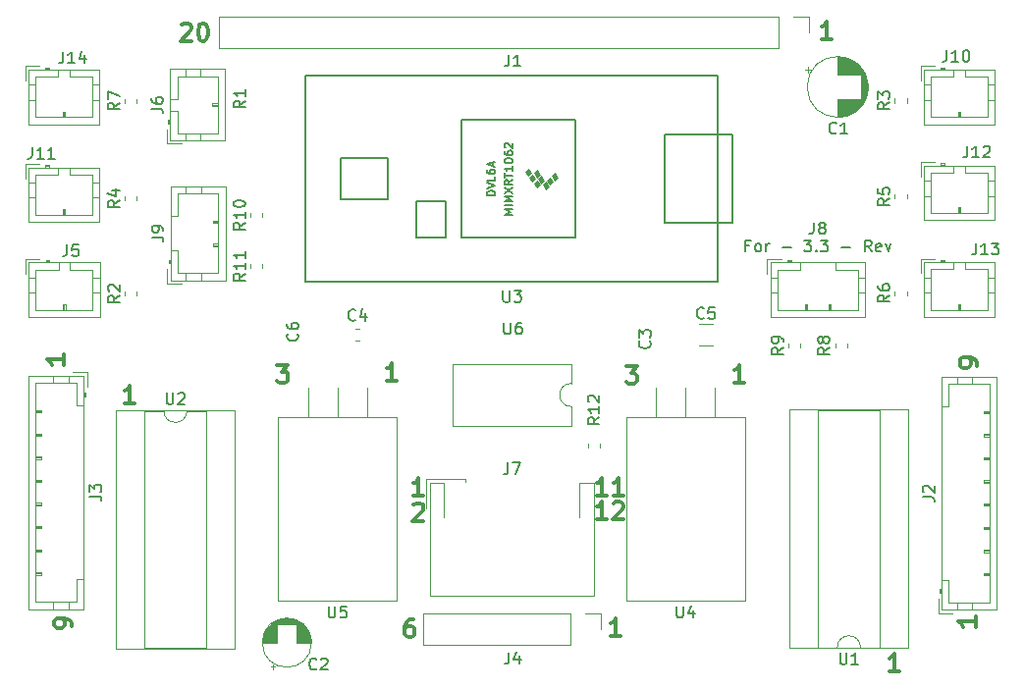
<source format=gto>
G04 #@! TF.GenerationSoftware,KiCad,Pcbnew,(5.1.4)-1*
G04 #@! TF.CreationDate,2020-03-01T00:53:56-05:00*
G04 #@! TF.ProjectId,TEST_newWheelBoard,54455354-5f6e-4657-9757-6865656c426f,v1.0*
G04 #@! TF.SameCoordinates,Original*
G04 #@! TF.FileFunction,Legend,Top*
G04 #@! TF.FilePolarity,Positive*
%FSLAX46Y46*%
G04 Gerber Fmt 4.6, Leading zero omitted, Abs format (unit mm)*
G04 Created by KiCad (PCBNEW (5.1.4)-1) date 2020-03-01 00:53:56*
%MOMM*%
%LPD*%
G04 APERTURE LIST*
%ADD10C,0.300000*%
%ADD11C,0.150000*%
%ADD12C,0.120000*%
%ADD13C,0.100000*%
G04 APERTURE END LIST*
D10*
X125904571Y-107612571D02*
X125047428Y-107612571D01*
X125476000Y-107612571D02*
X125476000Y-106112571D01*
X125333142Y-106326857D01*
X125190285Y-106469714D01*
X125047428Y-106541142D01*
X59991571Y-84498571D02*
X59134428Y-84498571D01*
X59563000Y-84498571D02*
X59563000Y-82998571D01*
X59420142Y-83212857D01*
X59277285Y-83355714D01*
X59134428Y-83427142D01*
X112569571Y-82720571D02*
X111712428Y-82720571D01*
X112141000Y-82720571D02*
X112141000Y-81220571D01*
X111998142Y-81434857D01*
X111855285Y-81577714D01*
X111712428Y-81649142D01*
X102370000Y-81347571D02*
X103298571Y-81347571D01*
X102798571Y-81919000D01*
X103012857Y-81919000D01*
X103155714Y-81990428D01*
X103227142Y-82061857D01*
X103298571Y-82204714D01*
X103298571Y-82561857D01*
X103227142Y-82704714D01*
X103155714Y-82776142D01*
X103012857Y-82847571D01*
X102584285Y-82847571D01*
X102441428Y-82776142D01*
X102370000Y-82704714D01*
X72271000Y-81220571D02*
X73199571Y-81220571D01*
X72699571Y-81792000D01*
X72913857Y-81792000D01*
X73056714Y-81863428D01*
X73128142Y-81934857D01*
X73199571Y-82077714D01*
X73199571Y-82434857D01*
X73128142Y-82577714D01*
X73056714Y-82649142D01*
X72913857Y-82720571D01*
X72485285Y-82720571D01*
X72342428Y-82649142D01*
X72271000Y-82577714D01*
X82597571Y-82593571D02*
X81740428Y-82593571D01*
X82169000Y-82593571D02*
X82169000Y-81093571D01*
X82026142Y-81307857D01*
X81883285Y-81450714D01*
X81740428Y-81522142D01*
X132504571Y-102949428D02*
X132504571Y-103806571D01*
X132504571Y-103378000D02*
X131004571Y-103378000D01*
X131218857Y-103520857D01*
X131361714Y-103663714D01*
X131433142Y-103806571D01*
X132631571Y-81311714D02*
X132631571Y-81026000D01*
X132560142Y-80883142D01*
X132488714Y-80811714D01*
X132274428Y-80668857D01*
X131988714Y-80597428D01*
X131417285Y-80597428D01*
X131274428Y-80668857D01*
X131203000Y-80740285D01*
X131131571Y-80883142D01*
X131131571Y-81168857D01*
X131203000Y-81311714D01*
X131274428Y-81383142D01*
X131417285Y-81454571D01*
X131774428Y-81454571D01*
X131917285Y-81383142D01*
X131988714Y-81311714D01*
X132060142Y-81168857D01*
X132060142Y-80883142D01*
X131988714Y-80740285D01*
X131917285Y-80668857D01*
X131774428Y-80597428D01*
X54526571Y-103790714D02*
X54526571Y-103505000D01*
X54455142Y-103362142D01*
X54383714Y-103290714D01*
X54169428Y-103147857D01*
X53883714Y-103076428D01*
X53312285Y-103076428D01*
X53169428Y-103147857D01*
X53098000Y-103219285D01*
X53026571Y-103362142D01*
X53026571Y-103647857D01*
X53098000Y-103790714D01*
X53169428Y-103862142D01*
X53312285Y-103933571D01*
X53669428Y-103933571D01*
X53812285Y-103862142D01*
X53883714Y-103790714D01*
X53955142Y-103647857D01*
X53955142Y-103362142D01*
X53883714Y-103219285D01*
X53812285Y-103147857D01*
X53669428Y-103076428D01*
X53891571Y-80343428D02*
X53891571Y-81200571D01*
X53891571Y-80772000D02*
X52391571Y-80772000D01*
X52605857Y-80914857D01*
X52748714Y-81057714D01*
X52820142Y-81200571D01*
X83978714Y-103191571D02*
X83693000Y-103191571D01*
X83550142Y-103263000D01*
X83478714Y-103334428D01*
X83335857Y-103548714D01*
X83264428Y-103834428D01*
X83264428Y-104405857D01*
X83335857Y-104548714D01*
X83407285Y-104620142D01*
X83550142Y-104691571D01*
X83835857Y-104691571D01*
X83978714Y-104620142D01*
X84050142Y-104548714D01*
X84121571Y-104405857D01*
X84121571Y-104048714D01*
X84050142Y-103905857D01*
X83978714Y-103834428D01*
X83835857Y-103763000D01*
X83550142Y-103763000D01*
X83407285Y-103834428D01*
X83335857Y-103905857D01*
X83264428Y-104048714D01*
X101901571Y-104564571D02*
X101044428Y-104564571D01*
X101473000Y-104564571D02*
X101473000Y-103064571D01*
X101330142Y-103278857D01*
X101187285Y-103421714D01*
X101044428Y-103493142D01*
X100679285Y-94531571D02*
X99822142Y-94531571D01*
X100250714Y-94531571D02*
X100250714Y-93031571D01*
X100107857Y-93245857D01*
X99965000Y-93388714D01*
X99822142Y-93460142D01*
X101250714Y-93174428D02*
X101322142Y-93103000D01*
X101465000Y-93031571D01*
X101822142Y-93031571D01*
X101965000Y-93103000D01*
X102036428Y-93174428D01*
X102107857Y-93317285D01*
X102107857Y-93460142D01*
X102036428Y-93674428D01*
X101179285Y-94531571D01*
X102107857Y-94531571D01*
X100679285Y-92499571D02*
X99822142Y-92499571D01*
X100250714Y-92499571D02*
X100250714Y-90999571D01*
X100107857Y-91213857D01*
X99965000Y-91356714D01*
X99822142Y-91428142D01*
X102107857Y-92499571D02*
X101250714Y-92499571D01*
X101679285Y-92499571D02*
X101679285Y-90999571D01*
X101536428Y-91213857D01*
X101393571Y-91356714D01*
X101250714Y-91428142D01*
X84026428Y-93301428D02*
X84097857Y-93230000D01*
X84240714Y-93158571D01*
X84597857Y-93158571D01*
X84740714Y-93230000D01*
X84812142Y-93301428D01*
X84883571Y-93444285D01*
X84883571Y-93587142D01*
X84812142Y-93801428D01*
X83955000Y-94658571D01*
X84883571Y-94658571D01*
X84883571Y-92499571D02*
X84026428Y-92499571D01*
X84455000Y-92499571D02*
X84455000Y-90999571D01*
X84312142Y-91213857D01*
X84169285Y-91356714D01*
X84026428Y-91428142D01*
D11*
X112991047Y-70921571D02*
X112657714Y-70921571D01*
X112657714Y-71445380D02*
X112657714Y-70445380D01*
X113133904Y-70445380D01*
X113657714Y-71445380D02*
X113562476Y-71397761D01*
X113514857Y-71350142D01*
X113467238Y-71254904D01*
X113467238Y-70969190D01*
X113514857Y-70873952D01*
X113562476Y-70826333D01*
X113657714Y-70778714D01*
X113800571Y-70778714D01*
X113895809Y-70826333D01*
X113943428Y-70873952D01*
X113991047Y-70969190D01*
X113991047Y-71254904D01*
X113943428Y-71350142D01*
X113895809Y-71397761D01*
X113800571Y-71445380D01*
X113657714Y-71445380D01*
X114419619Y-71445380D02*
X114419619Y-70778714D01*
X114419619Y-70969190D02*
X114467238Y-70873952D01*
X114514857Y-70826333D01*
X114610095Y-70778714D01*
X114705333Y-70778714D01*
X115800571Y-71064428D02*
X116562476Y-71064428D01*
X117705333Y-70445380D02*
X118324380Y-70445380D01*
X117991047Y-70826333D01*
X118133904Y-70826333D01*
X118229142Y-70873952D01*
X118276761Y-70921571D01*
X118324380Y-71016809D01*
X118324380Y-71254904D01*
X118276761Y-71350142D01*
X118229142Y-71397761D01*
X118133904Y-71445380D01*
X117848190Y-71445380D01*
X117752952Y-71397761D01*
X117705333Y-71350142D01*
X118752952Y-71350142D02*
X118800571Y-71397761D01*
X118752952Y-71445380D01*
X118705333Y-71397761D01*
X118752952Y-71350142D01*
X118752952Y-71445380D01*
X119133904Y-70445380D02*
X119752952Y-70445380D01*
X119419619Y-70826333D01*
X119562476Y-70826333D01*
X119657714Y-70873952D01*
X119705333Y-70921571D01*
X119752952Y-71016809D01*
X119752952Y-71254904D01*
X119705333Y-71350142D01*
X119657714Y-71397761D01*
X119562476Y-71445380D01*
X119276761Y-71445380D01*
X119181523Y-71397761D01*
X119133904Y-71350142D01*
X120943428Y-71064428D02*
X121705333Y-71064428D01*
X123514857Y-71445380D02*
X123181523Y-70969190D01*
X122943428Y-71445380D02*
X122943428Y-70445380D01*
X123324380Y-70445380D01*
X123419619Y-70493000D01*
X123467238Y-70540619D01*
X123514857Y-70635857D01*
X123514857Y-70778714D01*
X123467238Y-70873952D01*
X123419619Y-70921571D01*
X123324380Y-70969190D01*
X122943428Y-70969190D01*
X124324380Y-71397761D02*
X124229142Y-71445380D01*
X124038666Y-71445380D01*
X123943428Y-71397761D01*
X123895809Y-71302523D01*
X123895809Y-70921571D01*
X123943428Y-70826333D01*
X124038666Y-70778714D01*
X124229142Y-70778714D01*
X124324380Y-70826333D01*
X124372000Y-70921571D01*
X124372000Y-71016809D01*
X123895809Y-71112047D01*
X124705333Y-70778714D02*
X124943428Y-71445380D01*
X125181523Y-70778714D01*
D10*
X64008142Y-51899428D02*
X64079571Y-51828000D01*
X64222428Y-51756571D01*
X64579571Y-51756571D01*
X64722428Y-51828000D01*
X64793857Y-51899428D01*
X64865285Y-52042285D01*
X64865285Y-52185142D01*
X64793857Y-52399428D01*
X63936714Y-53256571D01*
X64865285Y-53256571D01*
X65793857Y-51756571D02*
X65936714Y-51756571D01*
X66079571Y-51828000D01*
X66151000Y-51899428D01*
X66222428Y-52042285D01*
X66293857Y-52328000D01*
X66293857Y-52685142D01*
X66222428Y-52970857D01*
X66151000Y-53113714D01*
X66079571Y-53185142D01*
X65936714Y-53256571D01*
X65793857Y-53256571D01*
X65651000Y-53185142D01*
X65579571Y-53113714D01*
X65508142Y-52970857D01*
X65436714Y-52685142D01*
X65436714Y-52328000D01*
X65508142Y-52042285D01*
X65579571Y-51899428D01*
X65651000Y-51828000D01*
X65793857Y-51756571D01*
X120062571Y-53129571D02*
X119205428Y-53129571D01*
X119634000Y-53129571D02*
X119634000Y-51629571D01*
X119491142Y-51843857D01*
X119348285Y-51986714D01*
X119205428Y-52058142D01*
D12*
X112580000Y-85690000D02*
X102340000Y-85690000D01*
X112580000Y-101580000D02*
X102340000Y-101580000D01*
X112580000Y-101580000D02*
X112580000Y-85690000D01*
X102340000Y-101580000D02*
X102340000Y-85690000D01*
X110000000Y-85690000D02*
X110000000Y-83150000D01*
X107460000Y-85690000D02*
X107460000Y-83150000D01*
X104920000Y-85690000D02*
X104920000Y-83150000D01*
X123213360Y-57236360D02*
G75*
G03X123213360Y-57236360I-2620000J0D01*
G01*
X120593360Y-58276360D02*
X120593360Y-59816360D01*
X120593360Y-54656360D02*
X120593360Y-56196360D01*
X120633360Y-58276360D02*
X120633360Y-59816360D01*
X120633360Y-54656360D02*
X120633360Y-56196360D01*
X120673360Y-54657360D02*
X120673360Y-56196360D01*
X120673360Y-58276360D02*
X120673360Y-59815360D01*
X120713360Y-54658360D02*
X120713360Y-56196360D01*
X120713360Y-58276360D02*
X120713360Y-59814360D01*
X120753360Y-54660360D02*
X120753360Y-56196360D01*
X120753360Y-58276360D02*
X120753360Y-59812360D01*
X120793360Y-54663360D02*
X120793360Y-56196360D01*
X120793360Y-58276360D02*
X120793360Y-59809360D01*
X120833360Y-54667360D02*
X120833360Y-56196360D01*
X120833360Y-58276360D02*
X120833360Y-59805360D01*
X120873360Y-54671360D02*
X120873360Y-56196360D01*
X120873360Y-58276360D02*
X120873360Y-59801360D01*
X120913360Y-54675360D02*
X120913360Y-56196360D01*
X120913360Y-58276360D02*
X120913360Y-59797360D01*
X120953360Y-54680360D02*
X120953360Y-56196360D01*
X120953360Y-58276360D02*
X120953360Y-59792360D01*
X120993360Y-54686360D02*
X120993360Y-56196360D01*
X120993360Y-58276360D02*
X120993360Y-59786360D01*
X121033360Y-54693360D02*
X121033360Y-56196360D01*
X121033360Y-58276360D02*
X121033360Y-59779360D01*
X121073360Y-54700360D02*
X121073360Y-56196360D01*
X121073360Y-58276360D02*
X121073360Y-59772360D01*
X121113360Y-54708360D02*
X121113360Y-56196360D01*
X121113360Y-58276360D02*
X121113360Y-59764360D01*
X121153360Y-54716360D02*
X121153360Y-56196360D01*
X121153360Y-58276360D02*
X121153360Y-59756360D01*
X121193360Y-54725360D02*
X121193360Y-56196360D01*
X121193360Y-58276360D02*
X121193360Y-59747360D01*
X121233360Y-54735360D02*
X121233360Y-56196360D01*
X121233360Y-58276360D02*
X121233360Y-59737360D01*
X121273360Y-54745360D02*
X121273360Y-56196360D01*
X121273360Y-58276360D02*
X121273360Y-59727360D01*
X121314360Y-54756360D02*
X121314360Y-56196360D01*
X121314360Y-58276360D02*
X121314360Y-59716360D01*
X121354360Y-54768360D02*
X121354360Y-56196360D01*
X121354360Y-58276360D02*
X121354360Y-59704360D01*
X121394360Y-54781360D02*
X121394360Y-56196360D01*
X121394360Y-58276360D02*
X121394360Y-59691360D01*
X121434360Y-54794360D02*
X121434360Y-56196360D01*
X121434360Y-58276360D02*
X121434360Y-59678360D01*
X121474360Y-54808360D02*
X121474360Y-56196360D01*
X121474360Y-58276360D02*
X121474360Y-59664360D01*
X121514360Y-54822360D02*
X121514360Y-56196360D01*
X121514360Y-58276360D02*
X121514360Y-59650360D01*
X121554360Y-54838360D02*
X121554360Y-56196360D01*
X121554360Y-58276360D02*
X121554360Y-59634360D01*
X121594360Y-54854360D02*
X121594360Y-56196360D01*
X121594360Y-58276360D02*
X121594360Y-59618360D01*
X121634360Y-54871360D02*
X121634360Y-56196360D01*
X121634360Y-58276360D02*
X121634360Y-59601360D01*
X121674360Y-54888360D02*
X121674360Y-56196360D01*
X121674360Y-58276360D02*
X121674360Y-59584360D01*
X121714360Y-54907360D02*
X121714360Y-56196360D01*
X121714360Y-58276360D02*
X121714360Y-59565360D01*
X121754360Y-54926360D02*
X121754360Y-56196360D01*
X121754360Y-58276360D02*
X121754360Y-59546360D01*
X121794360Y-54946360D02*
X121794360Y-56196360D01*
X121794360Y-58276360D02*
X121794360Y-59526360D01*
X121834360Y-54968360D02*
X121834360Y-56196360D01*
X121834360Y-58276360D02*
X121834360Y-59504360D01*
X121874360Y-54989360D02*
X121874360Y-56196360D01*
X121874360Y-58276360D02*
X121874360Y-59483360D01*
X121914360Y-55012360D02*
X121914360Y-56196360D01*
X121914360Y-58276360D02*
X121914360Y-59460360D01*
X121954360Y-55036360D02*
X121954360Y-56196360D01*
X121954360Y-58276360D02*
X121954360Y-59436360D01*
X121994360Y-55061360D02*
X121994360Y-56196360D01*
X121994360Y-58276360D02*
X121994360Y-59411360D01*
X122034360Y-55087360D02*
X122034360Y-56196360D01*
X122034360Y-58276360D02*
X122034360Y-59385360D01*
X122074360Y-55114360D02*
X122074360Y-56196360D01*
X122074360Y-58276360D02*
X122074360Y-59358360D01*
X122114360Y-55141360D02*
X122114360Y-56196360D01*
X122114360Y-58276360D02*
X122114360Y-59331360D01*
X122154360Y-55171360D02*
X122154360Y-56196360D01*
X122154360Y-58276360D02*
X122154360Y-59301360D01*
X122194360Y-55201360D02*
X122194360Y-56196360D01*
X122194360Y-58276360D02*
X122194360Y-59271360D01*
X122234360Y-55232360D02*
X122234360Y-56196360D01*
X122234360Y-58276360D02*
X122234360Y-59240360D01*
X122274360Y-55265360D02*
X122274360Y-56196360D01*
X122274360Y-58276360D02*
X122274360Y-59207360D01*
X122314360Y-55299360D02*
X122314360Y-56196360D01*
X122314360Y-58276360D02*
X122314360Y-59173360D01*
X122354360Y-55335360D02*
X122354360Y-56196360D01*
X122354360Y-58276360D02*
X122354360Y-59137360D01*
X122394360Y-55372360D02*
X122394360Y-56196360D01*
X122394360Y-58276360D02*
X122394360Y-59100360D01*
X122434360Y-55410360D02*
X122434360Y-56196360D01*
X122434360Y-58276360D02*
X122434360Y-59062360D01*
X122474360Y-55451360D02*
X122474360Y-56196360D01*
X122474360Y-58276360D02*
X122474360Y-59021360D01*
X122514360Y-55493360D02*
X122514360Y-56196360D01*
X122514360Y-58276360D02*
X122514360Y-58979360D01*
X122554360Y-55537360D02*
X122554360Y-56196360D01*
X122554360Y-58276360D02*
X122554360Y-58935360D01*
X122594360Y-55583360D02*
X122594360Y-56196360D01*
X122594360Y-58276360D02*
X122594360Y-58889360D01*
X122634360Y-55631360D02*
X122634360Y-58841360D01*
X122674360Y-55682360D02*
X122674360Y-58790360D01*
X122714360Y-55736360D02*
X122714360Y-58736360D01*
X122754360Y-55793360D02*
X122754360Y-58679360D01*
X122794360Y-55853360D02*
X122794360Y-58619360D01*
X122834360Y-55917360D02*
X122834360Y-58555360D01*
X122874360Y-55985360D02*
X122874360Y-58487360D01*
X122914360Y-56058360D02*
X122914360Y-58414360D01*
X122954360Y-56138360D02*
X122954360Y-58334360D01*
X122994360Y-56225360D02*
X122994360Y-58247360D01*
X123034360Y-56321360D02*
X123034360Y-58151360D01*
X123074360Y-56431360D02*
X123074360Y-58041360D01*
X123114360Y-56559360D02*
X123114360Y-57913360D01*
X123154360Y-56718360D02*
X123154360Y-57754360D01*
X123194360Y-56952360D02*
X123194360Y-57520360D01*
X117788585Y-55761360D02*
X118288585Y-55761360D01*
X118038585Y-55511360D02*
X118038585Y-56011360D01*
X75216120Y-105178160D02*
G75*
G03X75216120Y-105178160I-2120000J0D01*
G01*
X73936120Y-105178160D02*
X75176120Y-105178160D01*
X71016120Y-105178160D02*
X72256120Y-105178160D01*
X73936120Y-105138160D02*
X75176120Y-105138160D01*
X71016120Y-105138160D02*
X72256120Y-105138160D01*
X73936120Y-105098160D02*
X75175120Y-105098160D01*
X71017120Y-105098160D02*
X72256120Y-105098160D01*
X71019120Y-105058160D02*
X72256120Y-105058160D01*
X73936120Y-105058160D02*
X75173120Y-105058160D01*
X71022120Y-105018160D02*
X72256120Y-105018160D01*
X73936120Y-105018160D02*
X75170120Y-105018160D01*
X71025120Y-104978160D02*
X72256120Y-104978160D01*
X73936120Y-104978160D02*
X75167120Y-104978160D01*
X71029120Y-104938160D02*
X72256120Y-104938160D01*
X73936120Y-104938160D02*
X75163120Y-104938160D01*
X71034120Y-104898160D02*
X72256120Y-104898160D01*
X73936120Y-104898160D02*
X75158120Y-104898160D01*
X71040120Y-104858160D02*
X72256120Y-104858160D01*
X73936120Y-104858160D02*
X75152120Y-104858160D01*
X71046120Y-104818160D02*
X72256120Y-104818160D01*
X73936120Y-104818160D02*
X75146120Y-104818160D01*
X71054120Y-104778160D02*
X72256120Y-104778160D01*
X73936120Y-104778160D02*
X75138120Y-104778160D01*
X71062120Y-104738160D02*
X72256120Y-104738160D01*
X73936120Y-104738160D02*
X75130120Y-104738160D01*
X71071120Y-104698160D02*
X72256120Y-104698160D01*
X73936120Y-104698160D02*
X75121120Y-104698160D01*
X71080120Y-104658160D02*
X72256120Y-104658160D01*
X73936120Y-104658160D02*
X75112120Y-104658160D01*
X71091120Y-104618160D02*
X72256120Y-104618160D01*
X73936120Y-104618160D02*
X75101120Y-104618160D01*
X71102120Y-104578160D02*
X72256120Y-104578160D01*
X73936120Y-104578160D02*
X75090120Y-104578160D01*
X71114120Y-104538160D02*
X72256120Y-104538160D01*
X73936120Y-104538160D02*
X75078120Y-104538160D01*
X71128120Y-104498160D02*
X72256120Y-104498160D01*
X73936120Y-104498160D02*
X75064120Y-104498160D01*
X71142120Y-104457160D02*
X72256120Y-104457160D01*
X73936120Y-104457160D02*
X75050120Y-104457160D01*
X71156120Y-104417160D02*
X72256120Y-104417160D01*
X73936120Y-104417160D02*
X75036120Y-104417160D01*
X71172120Y-104377160D02*
X72256120Y-104377160D01*
X73936120Y-104377160D02*
X75020120Y-104377160D01*
X71189120Y-104337160D02*
X72256120Y-104337160D01*
X73936120Y-104337160D02*
X75003120Y-104337160D01*
X71207120Y-104297160D02*
X72256120Y-104297160D01*
X73936120Y-104297160D02*
X74985120Y-104297160D01*
X71226120Y-104257160D02*
X72256120Y-104257160D01*
X73936120Y-104257160D02*
X74966120Y-104257160D01*
X71245120Y-104217160D02*
X72256120Y-104217160D01*
X73936120Y-104217160D02*
X74947120Y-104217160D01*
X71266120Y-104177160D02*
X72256120Y-104177160D01*
X73936120Y-104177160D02*
X74926120Y-104177160D01*
X71288120Y-104137160D02*
X72256120Y-104137160D01*
X73936120Y-104137160D02*
X74904120Y-104137160D01*
X71311120Y-104097160D02*
X72256120Y-104097160D01*
X73936120Y-104097160D02*
X74881120Y-104097160D01*
X71336120Y-104057160D02*
X72256120Y-104057160D01*
X73936120Y-104057160D02*
X74856120Y-104057160D01*
X71361120Y-104017160D02*
X72256120Y-104017160D01*
X73936120Y-104017160D02*
X74831120Y-104017160D01*
X71388120Y-103977160D02*
X72256120Y-103977160D01*
X73936120Y-103977160D02*
X74804120Y-103977160D01*
X71416120Y-103937160D02*
X72256120Y-103937160D01*
X73936120Y-103937160D02*
X74776120Y-103937160D01*
X71446120Y-103897160D02*
X72256120Y-103897160D01*
X73936120Y-103897160D02*
X74746120Y-103897160D01*
X71477120Y-103857160D02*
X72256120Y-103857160D01*
X73936120Y-103857160D02*
X74715120Y-103857160D01*
X71509120Y-103817160D02*
X72256120Y-103817160D01*
X73936120Y-103817160D02*
X74683120Y-103817160D01*
X71544120Y-103777160D02*
X72256120Y-103777160D01*
X73936120Y-103777160D02*
X74648120Y-103777160D01*
X71580120Y-103737160D02*
X72256120Y-103737160D01*
X73936120Y-103737160D02*
X74612120Y-103737160D01*
X71618120Y-103697160D02*
X72256120Y-103697160D01*
X73936120Y-103697160D02*
X74574120Y-103697160D01*
X71658120Y-103657160D02*
X72256120Y-103657160D01*
X73936120Y-103657160D02*
X74534120Y-103657160D01*
X71700120Y-103617160D02*
X72256120Y-103617160D01*
X73936120Y-103617160D02*
X74492120Y-103617160D01*
X71745120Y-103577160D02*
X74447120Y-103577160D01*
X71792120Y-103537160D02*
X74400120Y-103537160D01*
X71842120Y-103497160D02*
X74350120Y-103497160D01*
X71896120Y-103457160D02*
X74296120Y-103457160D01*
X71954120Y-103417160D02*
X74238120Y-103417160D01*
X72016120Y-103377160D02*
X74176120Y-103377160D01*
X72083120Y-103337160D02*
X74109120Y-103337160D01*
X72156120Y-103297160D02*
X74036120Y-103297160D01*
X72237120Y-103257160D02*
X73955120Y-103257160D01*
X72328120Y-103217160D02*
X73864120Y-103217160D01*
X72432120Y-103177160D02*
X73760120Y-103177160D01*
X72559120Y-103137160D02*
X73633120Y-103137160D01*
X72726120Y-103097160D02*
X73466120Y-103097160D01*
X71901120Y-107447961D02*
X71901120Y-107047961D01*
X71701120Y-107247961D02*
X72101120Y-107247961D01*
X79355767Y-79117920D02*
X79013233Y-79117920D01*
X79355767Y-78097920D02*
X79013233Y-78097920D01*
X108626496Y-77705540D02*
X109830624Y-77705540D01*
X108626496Y-79525540D02*
X109830624Y-79525540D01*
X129558800Y-102339200D02*
X134278800Y-102339200D01*
X134278800Y-102339200D02*
X134278800Y-82219200D01*
X134278800Y-82219200D02*
X129558800Y-82219200D01*
X129558800Y-82219200D02*
X129558800Y-102339200D01*
X129558800Y-100579200D02*
X129358800Y-100579200D01*
X129358800Y-100579200D02*
X129358800Y-100879200D01*
X129358800Y-100879200D02*
X129558800Y-100879200D01*
X129458800Y-100579200D02*
X129458800Y-100879200D01*
X129558800Y-99779200D02*
X130168800Y-99779200D01*
X130168800Y-99779200D02*
X130168800Y-101729200D01*
X130168800Y-101729200D02*
X133668800Y-101729200D01*
X133668800Y-101729200D02*
X133668800Y-82829200D01*
X133668800Y-82829200D02*
X130168800Y-82829200D01*
X130168800Y-82829200D02*
X130168800Y-84779200D01*
X130168800Y-84779200D02*
X129558800Y-84779200D01*
X130868800Y-102339200D02*
X130868800Y-101729200D01*
X132168800Y-102339200D02*
X132168800Y-101729200D01*
X130868800Y-82219200D02*
X130868800Y-82829200D01*
X132168800Y-82219200D02*
X132168800Y-82829200D01*
X133668800Y-99379200D02*
X133168800Y-99379200D01*
X133168800Y-99379200D02*
X133168800Y-99179200D01*
X133168800Y-99179200D02*
X133668800Y-99179200D01*
X133668800Y-99279200D02*
X133168800Y-99279200D01*
X133668800Y-97379200D02*
X133168800Y-97379200D01*
X133168800Y-97379200D02*
X133168800Y-97179200D01*
X133168800Y-97179200D02*
X133668800Y-97179200D01*
X133668800Y-97279200D02*
X133168800Y-97279200D01*
X133668800Y-95379200D02*
X133168800Y-95379200D01*
X133168800Y-95379200D02*
X133168800Y-95179200D01*
X133168800Y-95179200D02*
X133668800Y-95179200D01*
X133668800Y-95279200D02*
X133168800Y-95279200D01*
X133668800Y-93379200D02*
X133168800Y-93379200D01*
X133168800Y-93379200D02*
X133168800Y-93179200D01*
X133168800Y-93179200D02*
X133668800Y-93179200D01*
X133668800Y-93279200D02*
X133168800Y-93279200D01*
X133668800Y-91379200D02*
X133168800Y-91379200D01*
X133168800Y-91379200D02*
X133168800Y-91179200D01*
X133168800Y-91179200D02*
X133668800Y-91179200D01*
X133668800Y-91279200D02*
X133168800Y-91279200D01*
X133668800Y-89379200D02*
X133168800Y-89379200D01*
X133168800Y-89379200D02*
X133168800Y-89179200D01*
X133168800Y-89179200D02*
X133668800Y-89179200D01*
X133668800Y-89279200D02*
X133168800Y-89279200D01*
X133668800Y-87379200D02*
X133168800Y-87379200D01*
X133168800Y-87379200D02*
X133168800Y-87179200D01*
X133168800Y-87179200D02*
X133668800Y-87179200D01*
X133668800Y-87279200D02*
X133168800Y-87279200D01*
X133668800Y-85379200D02*
X133168800Y-85379200D01*
X133168800Y-85379200D02*
X133168800Y-85179200D01*
X133168800Y-85179200D02*
X133668800Y-85179200D01*
X133668800Y-85279200D02*
X133168800Y-85279200D01*
X129258800Y-101389200D02*
X129258800Y-102639200D01*
X129258800Y-102639200D02*
X130508800Y-102639200D01*
X55856400Y-81866400D02*
X54606400Y-81866400D01*
X55856400Y-83116400D02*
X55856400Y-81866400D01*
X51446400Y-99226400D02*
X51946400Y-99226400D01*
X51946400Y-99326400D02*
X51446400Y-99326400D01*
X51946400Y-99126400D02*
X51946400Y-99326400D01*
X51446400Y-99126400D02*
X51946400Y-99126400D01*
X51446400Y-97226400D02*
X51946400Y-97226400D01*
X51946400Y-97326400D02*
X51446400Y-97326400D01*
X51946400Y-97126400D02*
X51946400Y-97326400D01*
X51446400Y-97126400D02*
X51946400Y-97126400D01*
X51446400Y-95226400D02*
X51946400Y-95226400D01*
X51946400Y-95326400D02*
X51446400Y-95326400D01*
X51946400Y-95126400D02*
X51946400Y-95326400D01*
X51446400Y-95126400D02*
X51946400Y-95126400D01*
X51446400Y-93226400D02*
X51946400Y-93226400D01*
X51946400Y-93326400D02*
X51446400Y-93326400D01*
X51946400Y-93126400D02*
X51946400Y-93326400D01*
X51446400Y-93126400D02*
X51946400Y-93126400D01*
X51446400Y-91226400D02*
X51946400Y-91226400D01*
X51946400Y-91326400D02*
X51446400Y-91326400D01*
X51946400Y-91126400D02*
X51946400Y-91326400D01*
X51446400Y-91126400D02*
X51946400Y-91126400D01*
X51446400Y-89226400D02*
X51946400Y-89226400D01*
X51946400Y-89326400D02*
X51446400Y-89326400D01*
X51946400Y-89126400D02*
X51946400Y-89326400D01*
X51446400Y-89126400D02*
X51946400Y-89126400D01*
X51446400Y-87226400D02*
X51946400Y-87226400D01*
X51946400Y-87326400D02*
X51446400Y-87326400D01*
X51946400Y-87126400D02*
X51946400Y-87326400D01*
X51446400Y-87126400D02*
X51946400Y-87126400D01*
X51446400Y-85226400D02*
X51946400Y-85226400D01*
X51946400Y-85326400D02*
X51446400Y-85326400D01*
X51946400Y-85126400D02*
X51946400Y-85326400D01*
X51446400Y-85126400D02*
X51946400Y-85126400D01*
X52946400Y-102286400D02*
X52946400Y-101676400D01*
X54246400Y-102286400D02*
X54246400Y-101676400D01*
X52946400Y-82166400D02*
X52946400Y-82776400D01*
X54246400Y-82166400D02*
X54246400Y-82776400D01*
X54946400Y-99726400D02*
X55556400Y-99726400D01*
X54946400Y-101676400D02*
X54946400Y-99726400D01*
X51446400Y-101676400D02*
X54946400Y-101676400D01*
X51446400Y-82776400D02*
X51446400Y-101676400D01*
X54946400Y-82776400D02*
X51446400Y-82776400D01*
X54946400Y-84726400D02*
X54946400Y-82776400D01*
X55556400Y-84726400D02*
X54946400Y-84726400D01*
X55656400Y-83926400D02*
X55656400Y-83626400D01*
X55756400Y-83626400D02*
X55556400Y-83626400D01*
X55756400Y-83926400D02*
X55756400Y-83626400D01*
X55556400Y-83926400D02*
X55756400Y-83926400D01*
X55556400Y-102286400D02*
X55556400Y-82166400D01*
X50836400Y-102286400D02*
X55556400Y-102286400D01*
X50836400Y-82166400D02*
X50836400Y-102286400D01*
X55556400Y-82166400D02*
X50836400Y-82166400D01*
X50838040Y-72388480D02*
X50838040Y-77108480D01*
X50838040Y-77108480D02*
X56958040Y-77108480D01*
X56958040Y-77108480D02*
X56958040Y-72388480D01*
X56958040Y-72388480D02*
X50838040Y-72388480D01*
X52598040Y-72388480D02*
X52598040Y-72188480D01*
X52598040Y-72188480D02*
X52298040Y-72188480D01*
X52298040Y-72188480D02*
X52298040Y-72388480D01*
X52598040Y-72288480D02*
X52298040Y-72288480D01*
X53398040Y-72388480D02*
X53398040Y-72998480D01*
X53398040Y-72998480D02*
X51448040Y-72998480D01*
X51448040Y-72998480D02*
X51448040Y-76498480D01*
X51448040Y-76498480D02*
X56348040Y-76498480D01*
X56348040Y-76498480D02*
X56348040Y-72998480D01*
X56348040Y-72998480D02*
X54398040Y-72998480D01*
X54398040Y-72998480D02*
X54398040Y-72388480D01*
X50838040Y-73698480D02*
X51448040Y-73698480D01*
X50838040Y-74998480D02*
X51448040Y-74998480D01*
X56958040Y-73698480D02*
X56348040Y-73698480D01*
X56958040Y-74998480D02*
X56348040Y-74998480D01*
X53798040Y-76498480D02*
X53798040Y-75998480D01*
X53798040Y-75998480D02*
X53998040Y-75998480D01*
X53998040Y-75998480D02*
X53998040Y-76498480D01*
X53898040Y-76498480D02*
X53898040Y-75998480D01*
X51788040Y-72088480D02*
X50538040Y-72088480D01*
X50538040Y-72088480D02*
X50538040Y-73338480D01*
X63048900Y-61831280D02*
X67768900Y-61831280D01*
X67768900Y-61831280D02*
X67768900Y-55711280D01*
X67768900Y-55711280D02*
X63048900Y-55711280D01*
X63048900Y-55711280D02*
X63048900Y-61831280D01*
X63048900Y-60071280D02*
X62848900Y-60071280D01*
X62848900Y-60071280D02*
X62848900Y-60371280D01*
X62848900Y-60371280D02*
X63048900Y-60371280D01*
X62948900Y-60071280D02*
X62948900Y-60371280D01*
X63048900Y-59271280D02*
X63658900Y-59271280D01*
X63658900Y-59271280D02*
X63658900Y-61221280D01*
X63658900Y-61221280D02*
X67158900Y-61221280D01*
X67158900Y-61221280D02*
X67158900Y-56321280D01*
X67158900Y-56321280D02*
X63658900Y-56321280D01*
X63658900Y-56321280D02*
X63658900Y-58271280D01*
X63658900Y-58271280D02*
X63048900Y-58271280D01*
X64358900Y-61831280D02*
X64358900Y-61221280D01*
X65658900Y-61831280D02*
X65658900Y-61221280D01*
X64358900Y-55711280D02*
X64358900Y-56321280D01*
X65658900Y-55711280D02*
X65658900Y-56321280D01*
X67158900Y-58871280D02*
X66658900Y-58871280D01*
X66658900Y-58871280D02*
X66658900Y-58671280D01*
X66658900Y-58671280D02*
X67158900Y-58671280D01*
X67158900Y-58771280D02*
X66658900Y-58771280D01*
X62748900Y-60881280D02*
X62748900Y-62131280D01*
X62748900Y-62131280D02*
X63998900Y-62131280D01*
X85140000Y-91090000D02*
X85140000Y-93590000D01*
X88500000Y-91090000D02*
X85140000Y-91090000D01*
X88500000Y-91340000D02*
X88500000Y-91090000D01*
X99560000Y-101110000D02*
X92500000Y-101110000D01*
X99560000Y-91390000D02*
X99560000Y-101110000D01*
X98340000Y-91390000D02*
X99560000Y-91390000D01*
X98340000Y-94390000D02*
X98340000Y-91390000D01*
X85440000Y-101110000D02*
X92500000Y-101110000D01*
X85440000Y-91390000D02*
X85440000Y-101110000D01*
X86660000Y-91390000D02*
X85440000Y-91390000D01*
X86660000Y-94390000D02*
X86660000Y-91390000D01*
X114820640Y-72378320D02*
X114820640Y-77098320D01*
X114820640Y-77098320D02*
X122940640Y-77098320D01*
X122940640Y-77098320D02*
X122940640Y-72378320D01*
X122940640Y-72378320D02*
X114820640Y-72378320D01*
X116580640Y-72378320D02*
X116580640Y-72178320D01*
X116580640Y-72178320D02*
X116280640Y-72178320D01*
X116280640Y-72178320D02*
X116280640Y-72378320D01*
X116580640Y-72278320D02*
X116280640Y-72278320D01*
X117380640Y-72378320D02*
X117380640Y-72988320D01*
X117380640Y-72988320D02*
X115430640Y-72988320D01*
X115430640Y-72988320D02*
X115430640Y-76488320D01*
X115430640Y-76488320D02*
X122330640Y-76488320D01*
X122330640Y-76488320D02*
X122330640Y-72988320D01*
X122330640Y-72988320D02*
X120380640Y-72988320D01*
X120380640Y-72988320D02*
X120380640Y-72378320D01*
X114820640Y-73688320D02*
X115430640Y-73688320D01*
X114820640Y-74988320D02*
X115430640Y-74988320D01*
X122940640Y-73688320D02*
X122330640Y-73688320D01*
X122940640Y-74988320D02*
X122330640Y-74988320D01*
X117780640Y-76488320D02*
X117780640Y-75988320D01*
X117780640Y-75988320D02*
X117980640Y-75988320D01*
X117980640Y-75988320D02*
X117980640Y-76488320D01*
X117880640Y-76488320D02*
X117880640Y-75988320D01*
X119780640Y-76488320D02*
X119780640Y-75988320D01*
X119780640Y-75988320D02*
X119980640Y-75988320D01*
X119980640Y-75988320D02*
X119980640Y-76488320D01*
X119880640Y-76488320D02*
X119880640Y-75988320D01*
X115770640Y-72078320D02*
X114520640Y-72078320D01*
X114520640Y-72078320D02*
X114520640Y-73328320D01*
X62784460Y-74231840D02*
X64034460Y-74231840D01*
X62784460Y-72981840D02*
X62784460Y-74231840D01*
X67194460Y-68871840D02*
X66694460Y-68871840D01*
X66694460Y-68771840D02*
X67194460Y-68771840D01*
X66694460Y-68971840D02*
X66694460Y-68771840D01*
X67194460Y-68971840D02*
X66694460Y-68971840D01*
X67194460Y-70871840D02*
X66694460Y-70871840D01*
X66694460Y-70771840D02*
X67194460Y-70771840D01*
X66694460Y-70971840D02*
X66694460Y-70771840D01*
X67194460Y-70971840D02*
X66694460Y-70971840D01*
X65694460Y-65811840D02*
X65694460Y-66421840D01*
X64394460Y-65811840D02*
X64394460Y-66421840D01*
X65694460Y-73931840D02*
X65694460Y-73321840D01*
X64394460Y-73931840D02*
X64394460Y-73321840D01*
X63694460Y-68371840D02*
X63084460Y-68371840D01*
X63694460Y-66421840D02*
X63694460Y-68371840D01*
X67194460Y-66421840D02*
X63694460Y-66421840D01*
X67194460Y-73321840D02*
X67194460Y-66421840D01*
X63694460Y-73321840D02*
X67194460Y-73321840D01*
X63694460Y-71371840D02*
X63694460Y-73321840D01*
X63084460Y-71371840D02*
X63694460Y-71371840D01*
X62984460Y-72171840D02*
X62984460Y-72471840D01*
X62884460Y-72471840D02*
X63084460Y-72471840D01*
X62884460Y-72171840D02*
X62884460Y-72471840D01*
X63084460Y-72171840D02*
X62884460Y-72171840D01*
X63084460Y-65811840D02*
X63084460Y-73931840D01*
X67804460Y-65811840D02*
X63084460Y-65811840D01*
X67804460Y-73931840D02*
X67804460Y-65811840D01*
X63084460Y-73931840D02*
X67804460Y-73931840D01*
X127738800Y-55446400D02*
X127738800Y-56696400D01*
X128988800Y-55446400D02*
X127738800Y-55446400D01*
X131098800Y-59856400D02*
X131098800Y-59356400D01*
X131198800Y-59356400D02*
X131198800Y-59856400D01*
X130998800Y-59356400D02*
X131198800Y-59356400D01*
X130998800Y-59856400D02*
X130998800Y-59356400D01*
X134158800Y-58356400D02*
X133548800Y-58356400D01*
X134158800Y-57056400D02*
X133548800Y-57056400D01*
X128038800Y-58356400D02*
X128648800Y-58356400D01*
X128038800Y-57056400D02*
X128648800Y-57056400D01*
X131598800Y-56356400D02*
X131598800Y-55746400D01*
X133548800Y-56356400D02*
X131598800Y-56356400D01*
X133548800Y-59856400D02*
X133548800Y-56356400D01*
X128648800Y-59856400D02*
X133548800Y-59856400D01*
X128648800Y-56356400D02*
X128648800Y-59856400D01*
X130598800Y-56356400D02*
X128648800Y-56356400D01*
X130598800Y-55746400D02*
X130598800Y-56356400D01*
X129798800Y-55646400D02*
X129498800Y-55646400D01*
X129498800Y-55546400D02*
X129498800Y-55746400D01*
X129798800Y-55546400D02*
X129498800Y-55546400D01*
X129798800Y-55746400D02*
X129798800Y-55546400D01*
X134158800Y-55746400D02*
X128038800Y-55746400D01*
X134158800Y-60466400D02*
X134158800Y-55746400D01*
X128038800Y-60466400D02*
X134158800Y-60466400D01*
X128038800Y-55746400D02*
X128038800Y-60466400D01*
X50822800Y-64189360D02*
X50822800Y-68909360D01*
X50822800Y-68909360D02*
X56942800Y-68909360D01*
X56942800Y-68909360D02*
X56942800Y-64189360D01*
X56942800Y-64189360D02*
X50822800Y-64189360D01*
X52582800Y-64189360D02*
X52582800Y-63989360D01*
X52582800Y-63989360D02*
X52282800Y-63989360D01*
X52282800Y-63989360D02*
X52282800Y-64189360D01*
X52582800Y-64089360D02*
X52282800Y-64089360D01*
X53382800Y-64189360D02*
X53382800Y-64799360D01*
X53382800Y-64799360D02*
X51432800Y-64799360D01*
X51432800Y-64799360D02*
X51432800Y-68299360D01*
X51432800Y-68299360D02*
X56332800Y-68299360D01*
X56332800Y-68299360D02*
X56332800Y-64799360D01*
X56332800Y-64799360D02*
X54382800Y-64799360D01*
X54382800Y-64799360D02*
X54382800Y-64189360D01*
X50822800Y-65499360D02*
X51432800Y-65499360D01*
X50822800Y-66799360D02*
X51432800Y-66799360D01*
X56942800Y-65499360D02*
X56332800Y-65499360D01*
X56942800Y-66799360D02*
X56332800Y-66799360D01*
X53782800Y-68299360D02*
X53782800Y-67799360D01*
X53782800Y-67799360D02*
X53982800Y-67799360D01*
X53982800Y-67799360D02*
X53982800Y-68299360D01*
X53882800Y-68299360D02*
X53882800Y-67799360D01*
X51772800Y-63889360D02*
X50522800Y-63889360D01*
X50522800Y-63889360D02*
X50522800Y-65139360D01*
X127738800Y-63726800D02*
X127738800Y-64976800D01*
X128988800Y-63726800D02*
X127738800Y-63726800D01*
X131098800Y-68136800D02*
X131098800Y-67636800D01*
X131198800Y-67636800D02*
X131198800Y-68136800D01*
X130998800Y-67636800D02*
X131198800Y-67636800D01*
X130998800Y-68136800D02*
X130998800Y-67636800D01*
X134158800Y-66636800D02*
X133548800Y-66636800D01*
X134158800Y-65336800D02*
X133548800Y-65336800D01*
X128038800Y-66636800D02*
X128648800Y-66636800D01*
X128038800Y-65336800D02*
X128648800Y-65336800D01*
X131598800Y-64636800D02*
X131598800Y-64026800D01*
X133548800Y-64636800D02*
X131598800Y-64636800D01*
X133548800Y-68136800D02*
X133548800Y-64636800D01*
X128648800Y-68136800D02*
X133548800Y-68136800D01*
X128648800Y-64636800D02*
X128648800Y-68136800D01*
X130598800Y-64636800D02*
X128648800Y-64636800D01*
X130598800Y-64026800D02*
X130598800Y-64636800D01*
X129798800Y-63926800D02*
X129498800Y-63926800D01*
X129498800Y-63826800D02*
X129498800Y-64026800D01*
X129798800Y-63826800D02*
X129498800Y-63826800D01*
X129798800Y-64026800D02*
X129798800Y-63826800D01*
X134158800Y-64026800D02*
X128038800Y-64026800D01*
X134158800Y-68746800D02*
X134158800Y-64026800D01*
X128038800Y-68746800D02*
X134158800Y-68746800D01*
X128038800Y-64026800D02*
X128038800Y-68746800D01*
X128038800Y-72358000D02*
X128038800Y-77078000D01*
X128038800Y-77078000D02*
X134158800Y-77078000D01*
X134158800Y-77078000D02*
X134158800Y-72358000D01*
X134158800Y-72358000D02*
X128038800Y-72358000D01*
X129798800Y-72358000D02*
X129798800Y-72158000D01*
X129798800Y-72158000D02*
X129498800Y-72158000D01*
X129498800Y-72158000D02*
X129498800Y-72358000D01*
X129798800Y-72258000D02*
X129498800Y-72258000D01*
X130598800Y-72358000D02*
X130598800Y-72968000D01*
X130598800Y-72968000D02*
X128648800Y-72968000D01*
X128648800Y-72968000D02*
X128648800Y-76468000D01*
X128648800Y-76468000D02*
X133548800Y-76468000D01*
X133548800Y-76468000D02*
X133548800Y-72968000D01*
X133548800Y-72968000D02*
X131598800Y-72968000D01*
X131598800Y-72968000D02*
X131598800Y-72358000D01*
X128038800Y-73668000D02*
X128648800Y-73668000D01*
X128038800Y-74968000D02*
X128648800Y-74968000D01*
X134158800Y-73668000D02*
X133548800Y-73668000D01*
X134158800Y-74968000D02*
X133548800Y-74968000D01*
X130998800Y-76468000D02*
X130998800Y-75968000D01*
X130998800Y-75968000D02*
X131198800Y-75968000D01*
X131198800Y-75968000D02*
X131198800Y-76468000D01*
X131098800Y-76468000D02*
X131098800Y-75968000D01*
X128988800Y-72058000D02*
X127738800Y-72058000D01*
X127738800Y-72058000D02*
X127738800Y-73308000D01*
X50522800Y-55446400D02*
X50522800Y-56696400D01*
X51772800Y-55446400D02*
X50522800Y-55446400D01*
X53882800Y-59856400D02*
X53882800Y-59356400D01*
X53982800Y-59356400D02*
X53982800Y-59856400D01*
X53782800Y-59356400D02*
X53982800Y-59356400D01*
X53782800Y-59856400D02*
X53782800Y-59356400D01*
X56942800Y-58356400D02*
X56332800Y-58356400D01*
X56942800Y-57056400D02*
X56332800Y-57056400D01*
X50822800Y-58356400D02*
X51432800Y-58356400D01*
X50822800Y-57056400D02*
X51432800Y-57056400D01*
X54382800Y-56356400D02*
X54382800Y-55746400D01*
X56332800Y-56356400D02*
X54382800Y-56356400D01*
X56332800Y-59856400D02*
X56332800Y-56356400D01*
X51432800Y-59856400D02*
X56332800Y-59856400D01*
X51432800Y-56356400D02*
X51432800Y-59856400D01*
X53382800Y-56356400D02*
X51432800Y-56356400D01*
X53382800Y-55746400D02*
X53382800Y-56356400D01*
X52582800Y-55646400D02*
X52282800Y-55646400D01*
X52282800Y-55546400D02*
X52282800Y-55746400D01*
X52582800Y-55546400D02*
X52282800Y-55546400D01*
X52582800Y-55746400D02*
X52582800Y-55546400D01*
X56942800Y-55746400D02*
X50822800Y-55746400D01*
X56942800Y-60466400D02*
X56942800Y-55746400D01*
X50822800Y-60466400D02*
X56942800Y-60466400D01*
X50822800Y-55746400D02*
X50822800Y-60466400D01*
X59136820Y-75242207D02*
X59136820Y-74899673D01*
X60156820Y-75242207D02*
X60156820Y-74899673D01*
X125532420Y-58591267D02*
X125532420Y-58248733D01*
X126552420Y-58591267D02*
X126552420Y-58248733D01*
X59129200Y-67035467D02*
X59129200Y-66692933D01*
X60149200Y-67035467D02*
X60149200Y-66692933D01*
X126552420Y-66871667D02*
X126552420Y-66529133D01*
X125532420Y-66871667D02*
X125532420Y-66529133D01*
X125532420Y-75202867D02*
X125532420Y-74860333D01*
X126552420Y-75202867D02*
X126552420Y-74860333D01*
X60149200Y-58602667D02*
X60149200Y-58260133D01*
X59129200Y-58602667D02*
X59129200Y-58260133D01*
X120371140Y-79726607D02*
X120371140Y-79384073D01*
X121391140Y-79726607D02*
X121391140Y-79384073D01*
X117375400Y-79729147D02*
X117375400Y-79386613D01*
X116355400Y-79729147D02*
X116355400Y-79386613D01*
X69964840Y-68470627D02*
X69964840Y-68128093D01*
X70984840Y-68470627D02*
X70984840Y-68128093D01*
X70989920Y-72886387D02*
X70989920Y-72543853D01*
X69969920Y-72886387D02*
X69969920Y-72543853D01*
X116424400Y-105644300D02*
X126704400Y-105644300D01*
X116424400Y-85084300D02*
X116424400Y-105644300D01*
X126704400Y-85084300D02*
X116424400Y-85084300D01*
X126704400Y-105644300D02*
X126704400Y-85084300D01*
X118914400Y-105584300D02*
X120564400Y-105584300D01*
X118914400Y-85144300D02*
X118914400Y-105584300D01*
X124214400Y-85144300D02*
X118914400Y-85144300D01*
X124214400Y-105584300D02*
X124214400Y-85144300D01*
X122564400Y-105584300D02*
X124214400Y-105584300D01*
X120564400Y-105584300D02*
G75*
G02X122564400Y-105584300I1000000J0D01*
G01*
X64482220Y-85177320D02*
G75*
G02X62482220Y-85177320I-1000000J0D01*
G01*
X62482220Y-85177320D02*
X60832220Y-85177320D01*
X60832220Y-85177320D02*
X60832220Y-105617320D01*
X60832220Y-105617320D02*
X66132220Y-105617320D01*
X66132220Y-105617320D02*
X66132220Y-85177320D01*
X66132220Y-85177320D02*
X64482220Y-85177320D01*
X58342220Y-85117320D02*
X58342220Y-105677320D01*
X58342220Y-105677320D02*
X68622220Y-105677320D01*
X68622220Y-105677320D02*
X68622220Y-85117320D01*
X68622220Y-85117320D02*
X58342220Y-85117320D01*
D13*
G36*
X96437000Y-65054480D02*
G01*
X96183000Y-65308480D01*
X95929000Y-64927480D01*
X96183000Y-64673480D01*
X96437000Y-65054480D01*
G37*
X96437000Y-65054480D02*
X96183000Y-65308480D01*
X95929000Y-64927480D01*
X96183000Y-64673480D01*
X96437000Y-65054480D01*
G36*
X96056000Y-65435480D02*
G01*
X95802000Y-65689480D01*
X95548000Y-65308480D01*
X95802000Y-65054480D01*
X96056000Y-65435480D01*
G37*
X96056000Y-65435480D02*
X95802000Y-65689480D01*
X95548000Y-65308480D01*
X95802000Y-65054480D01*
X96056000Y-65435480D01*
G36*
X94151000Y-64673480D02*
G01*
X93897000Y-64927480D01*
X93643000Y-64546480D01*
X93897000Y-64292480D01*
X94151000Y-64673480D01*
G37*
X94151000Y-64673480D02*
X93897000Y-64927480D01*
X93643000Y-64546480D01*
X93897000Y-64292480D01*
X94151000Y-64673480D01*
G36*
X94532000Y-65181480D02*
G01*
X94278000Y-65435480D01*
X94024000Y-65054480D01*
X94278000Y-64800480D01*
X94532000Y-65181480D01*
G37*
X94532000Y-65181480D02*
X94278000Y-65435480D01*
X94024000Y-65054480D01*
X94278000Y-64800480D01*
X94532000Y-65181480D01*
G36*
X94913000Y-65689480D02*
G01*
X94659000Y-65943480D01*
X94405000Y-65562480D01*
X94659000Y-65308480D01*
X94913000Y-65689480D01*
G37*
X94913000Y-65689480D02*
X94659000Y-65943480D01*
X94405000Y-65562480D01*
X94659000Y-65308480D01*
X94913000Y-65689480D01*
G36*
X94913000Y-64800480D02*
G01*
X94659000Y-65054480D01*
X94405000Y-64673480D01*
X94659000Y-64419480D01*
X94913000Y-64800480D01*
G37*
X94913000Y-64800480D02*
X94659000Y-65054480D01*
X94405000Y-64673480D01*
X94659000Y-64419480D01*
X94913000Y-64800480D01*
G36*
X95294000Y-65308480D02*
G01*
X95040000Y-65562480D01*
X94786000Y-65181480D01*
X95040000Y-64927480D01*
X95294000Y-65308480D01*
G37*
X95294000Y-65308480D02*
X95040000Y-65562480D01*
X94786000Y-65181480D01*
X95040000Y-64927480D01*
X95294000Y-65308480D01*
G36*
X95675000Y-65816480D02*
G01*
X95421000Y-66070480D01*
X95167000Y-65689480D01*
X95421000Y-65435480D01*
X95675000Y-65816480D01*
G37*
X95675000Y-65816480D02*
X95421000Y-66070480D01*
X95167000Y-65689480D01*
X95421000Y-65435480D01*
X95675000Y-65816480D01*
D11*
X86785000Y-67086480D02*
X86785000Y-70261480D01*
X84245000Y-67086480D02*
X86785000Y-67086480D01*
X84245000Y-70261480D02*
X84245000Y-67086480D01*
X86785000Y-70261480D02*
X84245000Y-70261480D01*
X110280000Y-56291480D02*
X110280000Y-74071480D01*
X74720000Y-56291480D02*
X110280000Y-56291480D01*
X74720000Y-74071480D02*
X74720000Y-56291480D01*
X110280000Y-74071480D02*
X74720000Y-74071480D01*
X88182000Y-60101480D02*
X97961000Y-60101480D01*
X88182000Y-70261480D02*
X97961000Y-70261480D01*
X97961000Y-70261480D02*
X97961000Y-60101480D01*
X88182000Y-60101480D02*
X88182000Y-70261480D01*
X81832000Y-66959480D02*
X77768000Y-66959480D01*
X81832000Y-63403480D02*
X81832000Y-66959480D01*
X77768000Y-63403480D02*
X81832000Y-63403480D01*
X77768000Y-66959480D02*
X77768000Y-63403480D01*
X105708000Y-61371480D02*
X110280000Y-61371480D01*
X105708000Y-68991480D02*
X110280000Y-68991480D01*
X105708000Y-61371480D02*
X105708000Y-68991480D01*
X111550000Y-68991480D02*
X110280000Y-68991480D01*
X111550000Y-61371480D02*
X111550000Y-68991480D01*
X110280000Y-61371480D02*
X111550000Y-61371480D01*
D12*
X74920000Y-85690000D02*
X74920000Y-83150000D01*
X77460000Y-85690000D02*
X77460000Y-83150000D01*
X80000000Y-85690000D02*
X80000000Y-83150000D01*
X72340000Y-101580000D02*
X72340000Y-85690000D01*
X82580000Y-101580000D02*
X82580000Y-85690000D01*
X82580000Y-101580000D02*
X72340000Y-101580000D01*
X82580000Y-85690000D02*
X72340000Y-85690000D01*
X97630000Y-84810000D02*
G75*
G02X97630000Y-82810000I0J1000000D01*
G01*
X97630000Y-82810000D02*
X97630000Y-81160000D01*
X97630000Y-81160000D02*
X87350000Y-81160000D01*
X87350000Y-81160000D02*
X87350000Y-86460000D01*
X87350000Y-86460000D02*
X97630000Y-86460000D01*
X97630000Y-86460000D02*
X97630000Y-84810000D01*
X118130000Y-51210000D02*
X118130000Y-52540000D01*
X116800000Y-51210000D02*
X118130000Y-51210000D01*
X115530000Y-51210000D02*
X115530000Y-53870000D01*
X115530000Y-53870000D02*
X67210000Y-53870000D01*
X115530000Y-51210000D02*
X67210000Y-51210000D01*
X67210000Y-51210000D02*
X67210000Y-53870000D01*
X84820000Y-102670000D02*
X84820000Y-105330000D01*
X97580000Y-102670000D02*
X84820000Y-102670000D01*
X97580000Y-105330000D02*
X84820000Y-105330000D01*
X97580000Y-102670000D02*
X97580000Y-105330000D01*
X98850000Y-102670000D02*
X100180000Y-102670000D01*
X100180000Y-102670000D02*
X100180000Y-104000000D01*
X99083400Y-88374067D02*
X99083400Y-88031533D01*
X100103400Y-88374067D02*
X100103400Y-88031533D01*
D11*
X106698095Y-102032380D02*
X106698095Y-102841904D01*
X106745714Y-102937142D01*
X106793333Y-102984761D01*
X106888571Y-103032380D01*
X107079047Y-103032380D01*
X107174285Y-102984761D01*
X107221904Y-102937142D01*
X107269523Y-102841904D01*
X107269523Y-102032380D01*
X108174285Y-102365714D02*
X108174285Y-103032380D01*
X107936190Y-101984761D02*
X107698095Y-102699047D01*
X108317142Y-102699047D01*
X120483333Y-61190142D02*
X120435714Y-61237761D01*
X120292857Y-61285380D01*
X120197619Y-61285380D01*
X120054761Y-61237761D01*
X119959523Y-61142523D01*
X119911904Y-61047285D01*
X119864285Y-60856809D01*
X119864285Y-60713952D01*
X119911904Y-60523476D01*
X119959523Y-60428238D01*
X120054761Y-60333000D01*
X120197619Y-60285380D01*
X120292857Y-60285380D01*
X120435714Y-60333000D01*
X120483333Y-60380619D01*
X121435714Y-61285380D02*
X120864285Y-61285380D01*
X121150000Y-61285380D02*
X121150000Y-60285380D01*
X121054761Y-60428238D01*
X120959523Y-60523476D01*
X120864285Y-60571095D01*
X75652333Y-107418142D02*
X75604714Y-107465761D01*
X75461857Y-107513380D01*
X75366619Y-107513380D01*
X75223761Y-107465761D01*
X75128523Y-107370523D01*
X75080904Y-107275285D01*
X75033285Y-107084809D01*
X75033285Y-106941952D01*
X75080904Y-106751476D01*
X75128523Y-106656238D01*
X75223761Y-106561000D01*
X75366619Y-106513380D01*
X75461857Y-106513380D01*
X75604714Y-106561000D01*
X75652333Y-106608619D01*
X76033285Y-106608619D02*
X76080904Y-106561000D01*
X76176142Y-106513380D01*
X76414238Y-106513380D01*
X76509476Y-106561000D01*
X76557095Y-106608619D01*
X76604714Y-106703857D01*
X76604714Y-106799095D01*
X76557095Y-106941952D01*
X75985666Y-107513380D01*
X76604714Y-107513380D01*
X79017833Y-77319142D02*
X78970214Y-77366761D01*
X78827357Y-77414380D01*
X78732119Y-77414380D01*
X78589261Y-77366761D01*
X78494023Y-77271523D01*
X78446404Y-77176285D01*
X78398785Y-76985809D01*
X78398785Y-76842952D01*
X78446404Y-76652476D01*
X78494023Y-76557238D01*
X78589261Y-76462000D01*
X78732119Y-76414380D01*
X78827357Y-76414380D01*
X78970214Y-76462000D01*
X79017833Y-76509619D01*
X79874976Y-76747714D02*
X79874976Y-77414380D01*
X79636880Y-76366761D02*
X79398785Y-77081047D01*
X80017833Y-77081047D01*
X109061893Y-77152682D02*
X109014274Y-77200301D01*
X108871417Y-77247920D01*
X108776179Y-77247920D01*
X108633321Y-77200301D01*
X108538083Y-77105063D01*
X108490464Y-77009825D01*
X108442845Y-76819349D01*
X108442845Y-76676492D01*
X108490464Y-76486016D01*
X108538083Y-76390778D01*
X108633321Y-76295540D01*
X108776179Y-76247920D01*
X108871417Y-76247920D01*
X109014274Y-76295540D01*
X109061893Y-76343159D01*
X109966655Y-76247920D02*
X109490464Y-76247920D01*
X109442845Y-76724111D01*
X109490464Y-76676492D01*
X109585702Y-76628873D01*
X109823798Y-76628873D01*
X109919036Y-76676492D01*
X109966655Y-76724111D01*
X110014274Y-76819349D01*
X110014274Y-77057444D01*
X109966655Y-77152682D01*
X109919036Y-77200301D01*
X109823798Y-77247920D01*
X109585702Y-77247920D01*
X109490464Y-77200301D01*
X109442845Y-77152682D01*
X127921180Y-92612533D02*
X128635466Y-92612533D01*
X128778323Y-92660152D01*
X128873561Y-92755390D01*
X128921180Y-92898247D01*
X128921180Y-92993485D01*
X128016419Y-92183961D02*
X127968800Y-92136342D01*
X127921180Y-92041104D01*
X127921180Y-91803009D01*
X127968800Y-91707771D01*
X128016419Y-91660152D01*
X128111657Y-91612533D01*
X128206895Y-91612533D01*
X128349752Y-91660152D01*
X128921180Y-92231580D01*
X128921180Y-91612533D01*
X56098780Y-92559733D02*
X56813066Y-92559733D01*
X56955923Y-92607352D01*
X57051161Y-92702590D01*
X57098780Y-92845447D01*
X57098780Y-92940685D01*
X56098780Y-92178780D02*
X56098780Y-91559733D01*
X56479733Y-91893066D01*
X56479733Y-91750209D01*
X56527352Y-91654971D01*
X56574971Y-91607352D01*
X56670209Y-91559733D01*
X56908304Y-91559733D01*
X57003542Y-91607352D01*
X57051161Y-91654971D01*
X57098780Y-91750209D01*
X57098780Y-92035923D01*
X57051161Y-92131161D01*
X57003542Y-92178780D01*
X54149666Y-70826380D02*
X54149666Y-71540666D01*
X54102047Y-71683523D01*
X54006809Y-71778761D01*
X53863952Y-71826380D01*
X53768714Y-71826380D01*
X55102047Y-70826380D02*
X54625857Y-70826380D01*
X54578238Y-71302571D01*
X54625857Y-71254952D01*
X54721095Y-71207333D01*
X54959190Y-71207333D01*
X55054428Y-71254952D01*
X55102047Y-71302571D01*
X55149666Y-71397809D01*
X55149666Y-71635904D01*
X55102047Y-71731142D01*
X55054428Y-71778761D01*
X54959190Y-71826380D01*
X54721095Y-71826380D01*
X54625857Y-71778761D01*
X54578238Y-71731142D01*
X61411280Y-59104613D02*
X62125566Y-59104613D01*
X62268423Y-59152232D01*
X62363661Y-59247470D01*
X62411280Y-59390327D01*
X62411280Y-59485565D01*
X61411280Y-58199851D02*
X61411280Y-58390327D01*
X61458900Y-58485565D01*
X61506519Y-58533184D01*
X61649376Y-58628422D01*
X61839852Y-58676041D01*
X62220804Y-58676041D01*
X62316042Y-58628422D01*
X62363661Y-58580803D01*
X62411280Y-58485565D01*
X62411280Y-58295089D01*
X62363661Y-58199851D01*
X62316042Y-58152232D01*
X62220804Y-58104613D01*
X61982709Y-58104613D01*
X61887471Y-58152232D01*
X61839852Y-58199851D01*
X61792233Y-58295089D01*
X61792233Y-58485565D01*
X61839852Y-58580803D01*
X61887471Y-58628422D01*
X61982709Y-58676041D01*
X92166666Y-89652380D02*
X92166666Y-90366666D01*
X92119047Y-90509523D01*
X92023809Y-90604761D01*
X91880952Y-90652380D01*
X91785714Y-90652380D01*
X92547619Y-89652380D02*
X93214285Y-89652380D01*
X92785714Y-90652380D01*
X118538666Y-68921380D02*
X118538666Y-69635666D01*
X118491047Y-69778523D01*
X118395809Y-69873761D01*
X118252952Y-69921380D01*
X118157714Y-69921380D01*
X119157714Y-69349952D02*
X119062476Y-69302333D01*
X119014857Y-69254714D01*
X118967238Y-69159476D01*
X118967238Y-69111857D01*
X119014857Y-69016619D01*
X119062476Y-68969000D01*
X119157714Y-68921380D01*
X119348190Y-68921380D01*
X119443428Y-68969000D01*
X119491047Y-69016619D01*
X119538666Y-69111857D01*
X119538666Y-69159476D01*
X119491047Y-69254714D01*
X119443428Y-69302333D01*
X119348190Y-69349952D01*
X119157714Y-69349952D01*
X119062476Y-69397571D01*
X119014857Y-69445190D01*
X118967238Y-69540428D01*
X118967238Y-69730904D01*
X119014857Y-69826142D01*
X119062476Y-69873761D01*
X119157714Y-69921380D01*
X119348190Y-69921380D01*
X119443428Y-69873761D01*
X119491047Y-69826142D01*
X119538666Y-69730904D01*
X119538666Y-69540428D01*
X119491047Y-69445190D01*
X119443428Y-69397571D01*
X119348190Y-69349952D01*
X61446840Y-70205173D02*
X62161126Y-70205173D01*
X62303983Y-70252792D01*
X62399221Y-70348030D01*
X62446840Y-70490887D01*
X62446840Y-70586125D01*
X62446840Y-69681363D02*
X62446840Y-69490887D01*
X62399221Y-69395649D01*
X62351602Y-69348030D01*
X62208745Y-69252792D01*
X62018269Y-69205173D01*
X61637317Y-69205173D01*
X61542079Y-69252792D01*
X61494460Y-69300411D01*
X61446840Y-69395649D01*
X61446840Y-69586125D01*
X61494460Y-69681363D01*
X61542079Y-69728982D01*
X61637317Y-69776601D01*
X61875412Y-69776601D01*
X61970650Y-69728982D01*
X62018269Y-69681363D01*
X62065888Y-69586125D01*
X62065888Y-69395649D01*
X62018269Y-69300411D01*
X61970650Y-69252792D01*
X61875412Y-69205173D01*
X130000476Y-54062380D02*
X130000476Y-54776666D01*
X129952857Y-54919523D01*
X129857619Y-55014761D01*
X129714761Y-55062380D01*
X129619523Y-55062380D01*
X131000476Y-55062380D02*
X130429047Y-55062380D01*
X130714761Y-55062380D02*
X130714761Y-54062380D01*
X130619523Y-54205238D01*
X130524285Y-54300476D01*
X130429047Y-54348095D01*
X131619523Y-54062380D02*
X131714761Y-54062380D01*
X131810000Y-54110000D01*
X131857619Y-54157619D01*
X131905238Y-54252857D01*
X131952857Y-54443333D01*
X131952857Y-54681428D01*
X131905238Y-54871904D01*
X131857619Y-54967142D01*
X131810000Y-55014761D01*
X131714761Y-55062380D01*
X131619523Y-55062380D01*
X131524285Y-55014761D01*
X131476666Y-54967142D01*
X131429047Y-54871904D01*
X131381428Y-54681428D01*
X131381428Y-54443333D01*
X131429047Y-54252857D01*
X131476666Y-54157619D01*
X131524285Y-54110000D01*
X131619523Y-54062380D01*
X51133476Y-62444380D02*
X51133476Y-63158666D01*
X51085857Y-63301523D01*
X50990619Y-63396761D01*
X50847761Y-63444380D01*
X50752523Y-63444380D01*
X52133476Y-63444380D02*
X51562047Y-63444380D01*
X51847761Y-63444380D02*
X51847761Y-62444380D01*
X51752523Y-62587238D01*
X51657285Y-62682476D01*
X51562047Y-62730095D01*
X53085857Y-63444380D02*
X52514428Y-63444380D01*
X52800142Y-63444380D02*
X52800142Y-62444380D01*
X52704904Y-62587238D01*
X52609666Y-62682476D01*
X52514428Y-62730095D01*
X131778476Y-62317380D02*
X131778476Y-63031666D01*
X131730857Y-63174523D01*
X131635619Y-63269761D01*
X131492761Y-63317380D01*
X131397523Y-63317380D01*
X132778476Y-63317380D02*
X132207047Y-63317380D01*
X132492761Y-63317380D02*
X132492761Y-62317380D01*
X132397523Y-62460238D01*
X132302285Y-62555476D01*
X132207047Y-62603095D01*
X133159428Y-62412619D02*
X133207047Y-62365000D01*
X133302285Y-62317380D01*
X133540380Y-62317380D01*
X133635619Y-62365000D01*
X133683238Y-62412619D01*
X133730857Y-62507857D01*
X133730857Y-62603095D01*
X133683238Y-62745952D01*
X133111809Y-63317380D01*
X133730857Y-63317380D01*
X132540476Y-70699380D02*
X132540476Y-71413666D01*
X132492857Y-71556523D01*
X132397619Y-71651761D01*
X132254761Y-71699380D01*
X132159523Y-71699380D01*
X133540476Y-71699380D02*
X132969047Y-71699380D01*
X133254761Y-71699380D02*
X133254761Y-70699380D01*
X133159523Y-70842238D01*
X133064285Y-70937476D01*
X132969047Y-70985095D01*
X133873809Y-70699380D02*
X134492857Y-70699380D01*
X134159523Y-71080333D01*
X134302380Y-71080333D01*
X134397619Y-71127952D01*
X134445238Y-71175571D01*
X134492857Y-71270809D01*
X134492857Y-71508904D01*
X134445238Y-71604142D01*
X134397619Y-71651761D01*
X134302380Y-71699380D01*
X134016666Y-71699380D01*
X133921428Y-71651761D01*
X133873809Y-71604142D01*
X53800476Y-54189380D02*
X53800476Y-54903666D01*
X53752857Y-55046523D01*
X53657619Y-55141761D01*
X53514761Y-55189380D01*
X53419523Y-55189380D01*
X54800476Y-55189380D02*
X54229047Y-55189380D01*
X54514761Y-55189380D02*
X54514761Y-54189380D01*
X54419523Y-54332238D01*
X54324285Y-54427476D01*
X54229047Y-54475095D01*
X55657619Y-54522714D02*
X55657619Y-55189380D01*
X55419523Y-54141761D02*
X55181428Y-54856047D01*
X55800476Y-54856047D01*
X69536240Y-58429326D02*
X69060050Y-58762660D01*
X69536240Y-59000755D02*
X68536240Y-59000755D01*
X68536240Y-58619802D01*
X68583860Y-58524564D01*
X68631479Y-58476945D01*
X68726717Y-58429326D01*
X68869574Y-58429326D01*
X68964812Y-58476945D01*
X69012431Y-58524564D01*
X69060050Y-58619802D01*
X69060050Y-59000755D01*
X69536240Y-57476945D02*
X69536240Y-58048374D01*
X69536240Y-57762660D02*
X68536240Y-57762660D01*
X68679098Y-57857898D01*
X68774336Y-57953136D01*
X68821955Y-58048374D01*
X58669200Y-75237606D02*
X58193010Y-75570940D01*
X58669200Y-75809035D02*
X57669200Y-75809035D01*
X57669200Y-75428082D01*
X57716820Y-75332844D01*
X57764439Y-75285225D01*
X57859677Y-75237606D01*
X58002534Y-75237606D01*
X58097772Y-75285225D01*
X58145391Y-75332844D01*
X58193010Y-75428082D01*
X58193010Y-75809035D01*
X57764439Y-74856654D02*
X57716820Y-74809035D01*
X57669200Y-74713797D01*
X57669200Y-74475701D01*
X57716820Y-74380463D01*
X57764439Y-74332844D01*
X57859677Y-74285225D01*
X57954915Y-74285225D01*
X58097772Y-74332844D01*
X58669200Y-74904273D01*
X58669200Y-74285225D01*
X125064800Y-58586666D02*
X124588610Y-58920000D01*
X125064800Y-59158095D02*
X124064800Y-59158095D01*
X124064800Y-58777142D01*
X124112420Y-58681904D01*
X124160039Y-58634285D01*
X124255277Y-58586666D01*
X124398134Y-58586666D01*
X124493372Y-58634285D01*
X124540991Y-58681904D01*
X124588610Y-58777142D01*
X124588610Y-59158095D01*
X124064800Y-58253333D02*
X124064800Y-57634285D01*
X124445753Y-57967619D01*
X124445753Y-57824761D01*
X124493372Y-57729523D01*
X124540991Y-57681904D01*
X124636229Y-57634285D01*
X124874324Y-57634285D01*
X124969562Y-57681904D01*
X125017181Y-57729523D01*
X125064800Y-57824761D01*
X125064800Y-58110476D01*
X125017181Y-58205714D01*
X124969562Y-58253333D01*
X58661580Y-67030866D02*
X58185390Y-67364200D01*
X58661580Y-67602295D02*
X57661580Y-67602295D01*
X57661580Y-67221342D01*
X57709200Y-67126104D01*
X57756819Y-67078485D01*
X57852057Y-67030866D01*
X57994914Y-67030866D01*
X58090152Y-67078485D01*
X58137771Y-67126104D01*
X58185390Y-67221342D01*
X58185390Y-67602295D01*
X57994914Y-66173723D02*
X58661580Y-66173723D01*
X57613961Y-66411819D02*
X58328247Y-66649914D01*
X58328247Y-66030866D01*
X125064800Y-66867066D02*
X124588610Y-67200400D01*
X125064800Y-67438495D02*
X124064800Y-67438495D01*
X124064800Y-67057542D01*
X124112420Y-66962304D01*
X124160039Y-66914685D01*
X124255277Y-66867066D01*
X124398134Y-66867066D01*
X124493372Y-66914685D01*
X124540991Y-66962304D01*
X124588610Y-67057542D01*
X124588610Y-67438495D01*
X124064800Y-65962304D02*
X124064800Y-66438495D01*
X124540991Y-66486114D01*
X124493372Y-66438495D01*
X124445753Y-66343257D01*
X124445753Y-66105161D01*
X124493372Y-66009923D01*
X124540991Y-65962304D01*
X124636229Y-65914685D01*
X124874324Y-65914685D01*
X124969562Y-65962304D01*
X125017181Y-66009923D01*
X125064800Y-66105161D01*
X125064800Y-66343257D01*
X125017181Y-66438495D01*
X124969562Y-66486114D01*
X125064800Y-75198266D02*
X124588610Y-75531600D01*
X125064800Y-75769695D02*
X124064800Y-75769695D01*
X124064800Y-75388742D01*
X124112420Y-75293504D01*
X124160039Y-75245885D01*
X124255277Y-75198266D01*
X124398134Y-75198266D01*
X124493372Y-75245885D01*
X124540991Y-75293504D01*
X124588610Y-75388742D01*
X124588610Y-75769695D01*
X124064800Y-74341123D02*
X124064800Y-74531600D01*
X124112420Y-74626838D01*
X124160039Y-74674457D01*
X124302896Y-74769695D01*
X124493372Y-74817314D01*
X124874324Y-74817314D01*
X124969562Y-74769695D01*
X125017181Y-74722076D01*
X125064800Y-74626838D01*
X125064800Y-74436361D01*
X125017181Y-74341123D01*
X124969562Y-74293504D01*
X124874324Y-74245885D01*
X124636229Y-74245885D01*
X124540991Y-74293504D01*
X124493372Y-74341123D01*
X124445753Y-74436361D01*
X124445753Y-74626838D01*
X124493372Y-74722076D01*
X124540991Y-74769695D01*
X124636229Y-74817314D01*
X58661580Y-58598066D02*
X58185390Y-58931400D01*
X58661580Y-59169495D02*
X57661580Y-59169495D01*
X57661580Y-58788542D01*
X57709200Y-58693304D01*
X57756819Y-58645685D01*
X57852057Y-58598066D01*
X57994914Y-58598066D01*
X58090152Y-58645685D01*
X58137771Y-58693304D01*
X58185390Y-58788542D01*
X58185390Y-59169495D01*
X57661580Y-58264733D02*
X57661580Y-57598066D01*
X58661580Y-58026638D01*
X119903520Y-79722006D02*
X119427330Y-80055340D01*
X119903520Y-80293435D02*
X118903520Y-80293435D01*
X118903520Y-79912482D01*
X118951140Y-79817244D01*
X118998759Y-79769625D01*
X119093997Y-79722006D01*
X119236854Y-79722006D01*
X119332092Y-79769625D01*
X119379711Y-79817244D01*
X119427330Y-79912482D01*
X119427330Y-80293435D01*
X119332092Y-79150578D02*
X119284473Y-79245816D01*
X119236854Y-79293435D01*
X119141616Y-79341054D01*
X119093997Y-79341054D01*
X118998759Y-79293435D01*
X118951140Y-79245816D01*
X118903520Y-79150578D01*
X118903520Y-78960101D01*
X118951140Y-78864863D01*
X118998759Y-78817244D01*
X119093997Y-78769625D01*
X119141616Y-78769625D01*
X119236854Y-78817244D01*
X119284473Y-78864863D01*
X119332092Y-78960101D01*
X119332092Y-79150578D01*
X119379711Y-79245816D01*
X119427330Y-79293435D01*
X119522568Y-79341054D01*
X119713044Y-79341054D01*
X119808282Y-79293435D01*
X119855901Y-79245816D01*
X119903520Y-79150578D01*
X119903520Y-78960101D01*
X119855901Y-78864863D01*
X119808282Y-78817244D01*
X119713044Y-78769625D01*
X119522568Y-78769625D01*
X119427330Y-78817244D01*
X119379711Y-78864863D01*
X119332092Y-78960101D01*
X115887780Y-79724546D02*
X115411590Y-80057880D01*
X115887780Y-80295975D02*
X114887780Y-80295975D01*
X114887780Y-79915022D01*
X114935400Y-79819784D01*
X114983019Y-79772165D01*
X115078257Y-79724546D01*
X115221114Y-79724546D01*
X115316352Y-79772165D01*
X115363971Y-79819784D01*
X115411590Y-79915022D01*
X115411590Y-80295975D01*
X115887780Y-79248356D02*
X115887780Y-79057880D01*
X115840161Y-78962641D01*
X115792542Y-78915022D01*
X115649685Y-78819784D01*
X115459209Y-78772165D01*
X115078257Y-78772165D01*
X114983019Y-78819784D01*
X114935400Y-78867403D01*
X114887780Y-78962641D01*
X114887780Y-79153118D01*
X114935400Y-79248356D01*
X114983019Y-79295975D01*
X115078257Y-79343594D01*
X115316352Y-79343594D01*
X115411590Y-79295975D01*
X115459209Y-79248356D01*
X115506828Y-79153118D01*
X115506828Y-78962641D01*
X115459209Y-78867403D01*
X115411590Y-78819784D01*
X115316352Y-78772165D01*
X69497220Y-68942217D02*
X69021030Y-69275550D01*
X69497220Y-69513645D02*
X68497220Y-69513645D01*
X68497220Y-69132693D01*
X68544840Y-69037455D01*
X68592459Y-68989836D01*
X68687697Y-68942217D01*
X68830554Y-68942217D01*
X68925792Y-68989836D01*
X68973411Y-69037455D01*
X69021030Y-69132693D01*
X69021030Y-69513645D01*
X69497220Y-67989836D02*
X69497220Y-68561264D01*
X69497220Y-68275550D02*
X68497220Y-68275550D01*
X68640078Y-68370788D01*
X68735316Y-68466026D01*
X68782935Y-68561264D01*
X68497220Y-67370788D02*
X68497220Y-67275550D01*
X68544840Y-67180312D01*
X68592459Y-67132693D01*
X68687697Y-67085074D01*
X68878173Y-67037455D01*
X69116268Y-67037455D01*
X69306744Y-67085074D01*
X69401982Y-67132693D01*
X69449601Y-67180312D01*
X69497220Y-67275550D01*
X69497220Y-67370788D01*
X69449601Y-67466026D01*
X69401982Y-67513645D01*
X69306744Y-67561264D01*
X69116268Y-67608883D01*
X68878173Y-67608883D01*
X68687697Y-67561264D01*
X68592459Y-67513645D01*
X68544840Y-67466026D01*
X68497220Y-67370788D01*
X69502300Y-73357977D02*
X69026110Y-73691310D01*
X69502300Y-73929405D02*
X68502300Y-73929405D01*
X68502300Y-73548453D01*
X68549920Y-73453215D01*
X68597539Y-73405596D01*
X68692777Y-73357977D01*
X68835634Y-73357977D01*
X68930872Y-73405596D01*
X68978491Y-73453215D01*
X69026110Y-73548453D01*
X69026110Y-73929405D01*
X69502300Y-72405596D02*
X69502300Y-72977024D01*
X69502300Y-72691310D02*
X68502300Y-72691310D01*
X68645158Y-72786548D01*
X68740396Y-72881786D01*
X68788015Y-72977024D01*
X69502300Y-71453215D02*
X69502300Y-72024643D01*
X69502300Y-71738929D02*
X68502300Y-71738929D01*
X68645158Y-71834167D01*
X68740396Y-71929405D01*
X68788015Y-72024643D01*
X120802495Y-106036680D02*
X120802495Y-106846204D01*
X120850114Y-106941442D01*
X120897733Y-106989061D01*
X120992971Y-107036680D01*
X121183447Y-107036680D01*
X121278685Y-106989061D01*
X121326304Y-106941442D01*
X121373923Y-106846204D01*
X121373923Y-106036680D01*
X122373923Y-107036680D02*
X121802495Y-107036680D01*
X122088209Y-107036680D02*
X122088209Y-106036680D01*
X121992971Y-106179538D01*
X121897733Y-106274776D01*
X121802495Y-106322395D01*
X62720315Y-83629700D02*
X62720315Y-84439224D01*
X62767934Y-84534462D01*
X62815553Y-84582081D01*
X62910791Y-84629700D01*
X63101267Y-84629700D01*
X63196505Y-84582081D01*
X63244124Y-84534462D01*
X63291743Y-84439224D01*
X63291743Y-83629700D01*
X63720315Y-83724939D02*
X63767934Y-83677320D01*
X63863172Y-83629700D01*
X64101267Y-83629700D01*
X64196505Y-83677320D01*
X64244124Y-83724939D01*
X64291743Y-83820177D01*
X64291743Y-83915415D01*
X64244124Y-84058272D01*
X63672696Y-84629700D01*
X64291743Y-84629700D01*
X91738095Y-74793860D02*
X91738095Y-75603384D01*
X91785714Y-75698622D01*
X91833333Y-75746241D01*
X91928571Y-75793860D01*
X92119047Y-75793860D01*
X92214285Y-75746241D01*
X92261904Y-75698622D01*
X92309523Y-75603384D01*
X92309523Y-74793860D01*
X92690476Y-74793860D02*
X93309523Y-74793860D01*
X92976190Y-75174813D01*
X93119047Y-75174813D01*
X93214285Y-75222432D01*
X93261904Y-75270051D01*
X93309523Y-75365289D01*
X93309523Y-75603384D01*
X93261904Y-75698622D01*
X93214285Y-75746241D01*
X93119047Y-75793860D01*
X92833333Y-75793860D01*
X92738095Y-75746241D01*
X92690476Y-75698622D01*
X91038666Y-66581480D02*
X90338666Y-66581480D01*
X90338666Y-66414813D01*
X90372000Y-66314813D01*
X90438666Y-66248146D01*
X90505333Y-66214813D01*
X90638666Y-66181480D01*
X90738666Y-66181480D01*
X90872000Y-66214813D01*
X90938666Y-66248146D01*
X91005333Y-66314813D01*
X91038666Y-66414813D01*
X91038666Y-66581480D01*
X90338666Y-65981480D02*
X91038666Y-65748146D01*
X90338666Y-65514813D01*
X91038666Y-64948146D02*
X91038666Y-65281480D01*
X90338666Y-65281480D01*
X90338666Y-64414813D02*
X90338666Y-64548146D01*
X90372000Y-64614813D01*
X90405333Y-64648146D01*
X90505333Y-64714813D01*
X90638666Y-64748146D01*
X90905333Y-64748146D01*
X90972000Y-64714813D01*
X91005333Y-64681480D01*
X91038666Y-64614813D01*
X91038666Y-64481480D01*
X91005333Y-64414813D01*
X90972000Y-64381480D01*
X90905333Y-64348146D01*
X90738666Y-64348146D01*
X90672000Y-64381480D01*
X90638666Y-64414813D01*
X90605333Y-64481480D01*
X90605333Y-64614813D01*
X90638666Y-64681480D01*
X90672000Y-64714813D01*
X90738666Y-64748146D01*
X90838666Y-64081480D02*
X90838666Y-63748146D01*
X91038666Y-64148146D02*
X90338666Y-63914813D01*
X91038666Y-63681480D01*
X92562666Y-68264813D02*
X91862666Y-68264813D01*
X92362666Y-68031480D01*
X91862666Y-67798146D01*
X92562666Y-67798146D01*
X92562666Y-67464813D02*
X91862666Y-67464813D01*
X92562666Y-67131480D02*
X91862666Y-67131480D01*
X92362666Y-66898146D01*
X91862666Y-66664813D01*
X92562666Y-66664813D01*
X91862666Y-66398146D02*
X92562666Y-65931480D01*
X91862666Y-65931480D02*
X92562666Y-66398146D01*
X92562666Y-65264813D02*
X92229333Y-65498146D01*
X92562666Y-65664813D02*
X91862666Y-65664813D01*
X91862666Y-65398146D01*
X91896000Y-65331480D01*
X91929333Y-65298146D01*
X91996000Y-65264813D01*
X92096000Y-65264813D01*
X92162666Y-65298146D01*
X92196000Y-65331480D01*
X92229333Y-65398146D01*
X92229333Y-65664813D01*
X91862666Y-65064813D02*
X91862666Y-64664813D01*
X92562666Y-64864813D02*
X91862666Y-64864813D01*
X92562666Y-64064813D02*
X92562666Y-64464813D01*
X92562666Y-64264813D02*
X91862666Y-64264813D01*
X91962666Y-64331480D01*
X92029333Y-64398146D01*
X92062666Y-64464813D01*
X91862666Y-63631480D02*
X91862666Y-63564813D01*
X91896000Y-63498146D01*
X91929333Y-63464813D01*
X91996000Y-63431480D01*
X92129333Y-63398146D01*
X92296000Y-63398146D01*
X92429333Y-63431480D01*
X92496000Y-63464813D01*
X92529333Y-63498146D01*
X92562666Y-63564813D01*
X92562666Y-63631480D01*
X92529333Y-63698146D01*
X92496000Y-63731480D01*
X92429333Y-63764813D01*
X92296000Y-63798146D01*
X92129333Y-63798146D01*
X91996000Y-63764813D01*
X91929333Y-63731480D01*
X91896000Y-63698146D01*
X91862666Y-63631480D01*
X91862666Y-62798146D02*
X91862666Y-62931480D01*
X91896000Y-62998146D01*
X91929333Y-63031480D01*
X92029333Y-63098146D01*
X92162666Y-63131480D01*
X92429333Y-63131480D01*
X92496000Y-63098146D01*
X92529333Y-63064813D01*
X92562666Y-62998146D01*
X92562666Y-62864813D01*
X92529333Y-62798146D01*
X92496000Y-62764813D01*
X92429333Y-62731480D01*
X92262666Y-62731480D01*
X92196000Y-62764813D01*
X92162666Y-62798146D01*
X92129333Y-62864813D01*
X92129333Y-62998146D01*
X92162666Y-63064813D01*
X92196000Y-63098146D01*
X92262666Y-63131480D01*
X91929333Y-62464813D02*
X91896000Y-62431480D01*
X91862666Y-62364813D01*
X91862666Y-62198146D01*
X91896000Y-62131480D01*
X91929333Y-62098146D01*
X91996000Y-62064813D01*
X92062666Y-62064813D01*
X92162666Y-62098146D01*
X92562666Y-62498146D01*
X92562666Y-62064813D01*
X76698095Y-102032380D02*
X76698095Y-102841904D01*
X76745714Y-102937142D01*
X76793333Y-102984761D01*
X76888571Y-103032380D01*
X77079047Y-103032380D01*
X77174285Y-102984761D01*
X77221904Y-102937142D01*
X77269523Y-102841904D01*
X77269523Y-102032380D01*
X78221904Y-102032380D02*
X77745714Y-102032380D01*
X77698095Y-102508571D01*
X77745714Y-102460952D01*
X77840952Y-102413333D01*
X78079047Y-102413333D01*
X78174285Y-102460952D01*
X78221904Y-102508571D01*
X78269523Y-102603809D01*
X78269523Y-102841904D01*
X78221904Y-102937142D01*
X78174285Y-102984761D01*
X78079047Y-103032380D01*
X77840952Y-103032380D01*
X77745714Y-102984761D01*
X77698095Y-102937142D01*
X91821095Y-77557380D02*
X91821095Y-78366904D01*
X91868714Y-78462142D01*
X91916333Y-78509761D01*
X92011571Y-78557380D01*
X92202047Y-78557380D01*
X92297285Y-78509761D01*
X92344904Y-78462142D01*
X92392523Y-78366904D01*
X92392523Y-77557380D01*
X93297285Y-77557380D02*
X93106809Y-77557380D01*
X93011571Y-77605000D01*
X92963952Y-77652619D01*
X92868714Y-77795476D01*
X92821095Y-77985952D01*
X92821095Y-78366904D01*
X92868714Y-78462142D01*
X92916333Y-78509761D01*
X93011571Y-78557380D01*
X93202047Y-78557380D01*
X93297285Y-78509761D01*
X93344904Y-78462142D01*
X93392523Y-78366904D01*
X93392523Y-78128809D01*
X93344904Y-78033571D01*
X93297285Y-77985952D01*
X93202047Y-77938333D01*
X93011571Y-77938333D01*
X92916333Y-77985952D01*
X92868714Y-78033571D01*
X92821095Y-78128809D01*
X92249666Y-54443380D02*
X92249666Y-55157666D01*
X92202047Y-55300523D01*
X92106809Y-55395761D01*
X91963952Y-55443380D01*
X91868714Y-55443380D01*
X93249666Y-55443380D02*
X92678238Y-55443380D01*
X92963952Y-55443380D02*
X92963952Y-54443380D01*
X92868714Y-54586238D01*
X92773476Y-54681476D01*
X92678238Y-54729095D01*
X92249666Y-106005380D02*
X92249666Y-106719666D01*
X92202047Y-106862523D01*
X92106809Y-106957761D01*
X91963952Y-107005380D01*
X91868714Y-107005380D01*
X93154428Y-106338714D02*
X93154428Y-107005380D01*
X92916333Y-105957761D02*
X92678238Y-106672047D01*
X93297285Y-106672047D01*
X104368542Y-79163206D02*
X104416161Y-79210825D01*
X104463780Y-79353682D01*
X104463780Y-79448920D01*
X104416161Y-79591778D01*
X104320923Y-79687016D01*
X104225685Y-79734635D01*
X104035209Y-79782254D01*
X103892352Y-79782254D01*
X103701876Y-79734635D01*
X103606638Y-79687016D01*
X103511400Y-79591778D01*
X103463780Y-79448920D01*
X103463780Y-79353682D01*
X103511400Y-79210825D01*
X103559019Y-79163206D01*
X103463780Y-78829873D02*
X103463780Y-78210825D01*
X103844733Y-78544159D01*
X103844733Y-78401301D01*
X103892352Y-78306063D01*
X103939971Y-78258444D01*
X104035209Y-78210825D01*
X104273304Y-78210825D01*
X104368542Y-78258444D01*
X104416161Y-78306063D01*
X104463780Y-78401301D01*
X104463780Y-78687016D01*
X104416161Y-78782254D01*
X104368542Y-78829873D01*
X73990142Y-78525666D02*
X74037761Y-78573285D01*
X74085380Y-78716142D01*
X74085380Y-78811380D01*
X74037761Y-78954238D01*
X73942523Y-79049476D01*
X73847285Y-79097095D01*
X73656809Y-79144714D01*
X73513952Y-79144714D01*
X73323476Y-79097095D01*
X73228238Y-79049476D01*
X73133000Y-78954238D01*
X73085380Y-78811380D01*
X73085380Y-78716142D01*
X73133000Y-78573285D01*
X73180619Y-78525666D01*
X73085380Y-77668523D02*
X73085380Y-77859000D01*
X73133000Y-77954238D01*
X73180619Y-78001857D01*
X73323476Y-78097095D01*
X73513952Y-78144714D01*
X73894904Y-78144714D01*
X73990142Y-78097095D01*
X74037761Y-78049476D01*
X74085380Y-77954238D01*
X74085380Y-77763761D01*
X74037761Y-77668523D01*
X73990142Y-77620904D01*
X73894904Y-77573285D01*
X73656809Y-77573285D01*
X73561571Y-77620904D01*
X73513952Y-77668523D01*
X73466333Y-77763761D01*
X73466333Y-77954238D01*
X73513952Y-78049476D01*
X73561571Y-78097095D01*
X73656809Y-78144714D01*
X100045780Y-85732857D02*
X99569590Y-86066190D01*
X100045780Y-86304285D02*
X99045780Y-86304285D01*
X99045780Y-85923333D01*
X99093400Y-85828095D01*
X99141019Y-85780476D01*
X99236257Y-85732857D01*
X99379114Y-85732857D01*
X99474352Y-85780476D01*
X99521971Y-85828095D01*
X99569590Y-85923333D01*
X99569590Y-86304285D01*
X100045780Y-84780476D02*
X100045780Y-85351904D01*
X100045780Y-85066190D02*
X99045780Y-85066190D01*
X99188638Y-85161428D01*
X99283876Y-85256666D01*
X99331495Y-85351904D01*
X99141019Y-84399523D02*
X99093400Y-84351904D01*
X99045780Y-84256666D01*
X99045780Y-84018571D01*
X99093400Y-83923333D01*
X99141019Y-83875714D01*
X99236257Y-83828095D01*
X99331495Y-83828095D01*
X99474352Y-83875714D01*
X100045780Y-84447142D01*
X100045780Y-83828095D01*
M02*

</source>
